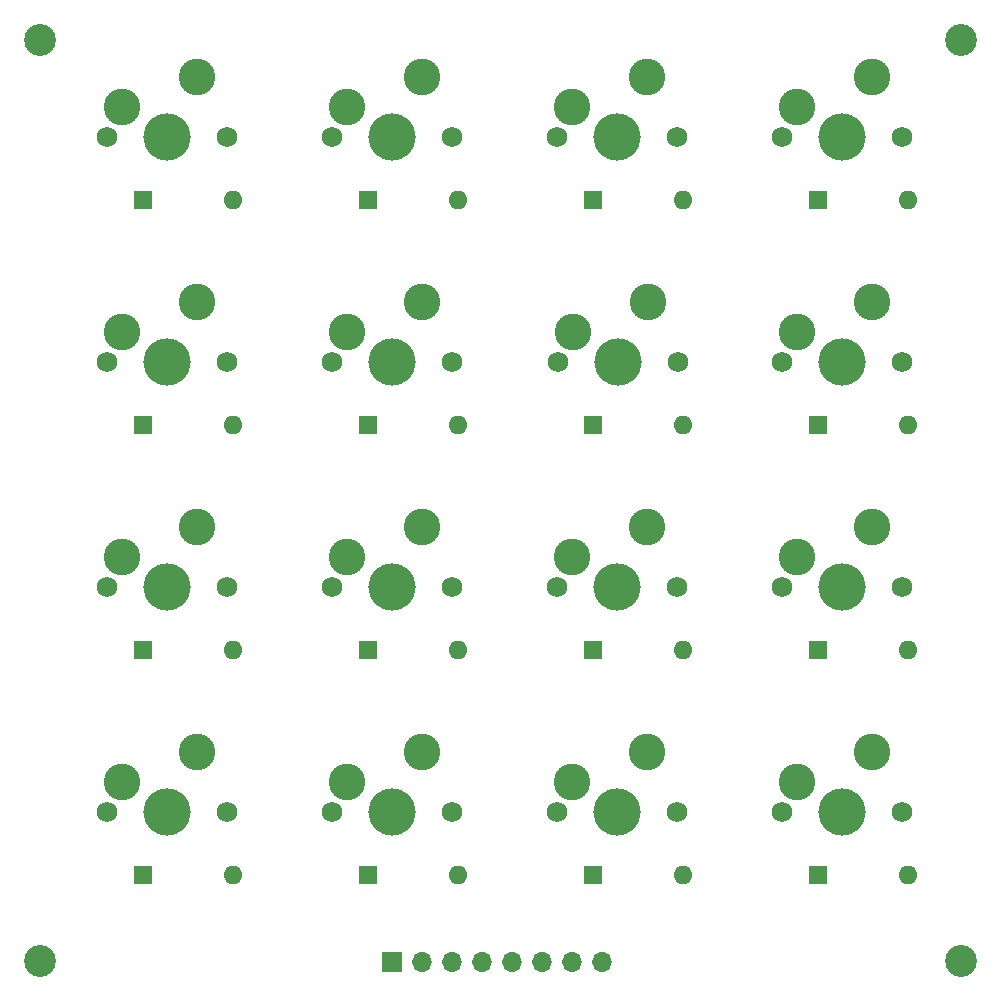
<source format=gbr>
%TF.GenerationSoftware,KiCad,Pcbnew,(6.0.7-1)-1*%
%TF.CreationDate,2022-09-13T12:36:23-04:00*%
%TF.ProjectId,KBT1,4b425431-2e6b-4696-9361-645f70636258,rev?*%
%TF.SameCoordinates,Original*%
%TF.FileFunction,Soldermask,Top*%
%TF.FilePolarity,Negative*%
%FSLAX46Y46*%
G04 Gerber Fmt 4.6, Leading zero omitted, Abs format (unit mm)*
G04 Created by KiCad (PCBNEW (6.0.7-1)-1) date 2022-09-13 12:36:23*
%MOMM*%
%LPD*%
G01*
G04 APERTURE LIST*
%ADD10C,3.100000*%
%ADD11C,1.750000*%
%ADD12C,4.000000*%
%ADD13C,2.700000*%
%ADD14R,1.700000X1.700000*%
%ADD15O,1.700000X1.700000*%
%ADD16R,1.600000X1.600000*%
%ADD17O,1.600000X1.600000*%
G04 APERTURE END LIST*
D10*
%TO.C,K0*%
X34290000Y-24130000D03*
D11*
X26670000Y-29210000D03*
X36830000Y-29210000D03*
D10*
X27940000Y-26670000D03*
D12*
X31750000Y-29210000D03*
%TD*%
D10*
%TO.C,K1*%
X34290000Y-43180000D03*
D11*
X36830000Y-48260000D03*
D12*
X31750000Y-48260000D03*
D11*
X26670000Y-48260000D03*
D10*
X27940000Y-45720000D03*
%TD*%
%TO.C,K2*%
X34290000Y-62230000D03*
D11*
X36830000Y-67310000D03*
X26670000Y-67310000D03*
D12*
X31750000Y-67310000D03*
D10*
X27940000Y-64770000D03*
%TD*%
%TO.C,K3*%
X34290000Y-81280000D03*
X27940000Y-83820000D03*
D11*
X36830000Y-86360000D03*
X26670000Y-86360000D03*
D12*
X31750000Y-86360000D03*
%TD*%
D11*
%TO.C,K4*%
X45720000Y-29210000D03*
D10*
X46990000Y-26670000D03*
D12*
X50800000Y-29210000D03*
D10*
X53340000Y-24130000D03*
D11*
X55880000Y-29210000D03*
%TD*%
D10*
%TO.C,K5*%
X46990000Y-45720000D03*
D11*
X45720000Y-48260000D03*
X55880000Y-48260000D03*
D12*
X50800000Y-48260000D03*
D10*
X53340000Y-43180000D03*
%TD*%
D11*
%TO.C,K6*%
X45720000Y-67310000D03*
D10*
X46990000Y-64770000D03*
D12*
X50800000Y-67310000D03*
D11*
X55880000Y-67310000D03*
D10*
X53340000Y-62230000D03*
%TD*%
%TO.C,K7*%
X46990000Y-83820000D03*
X53340000Y-81280000D03*
D11*
X55880000Y-86360000D03*
X45720000Y-86360000D03*
D12*
X50800000Y-86360000D03*
%TD*%
D11*
%TO.C,K8*%
X74930000Y-29210000D03*
D12*
X69850000Y-29210000D03*
D10*
X72390000Y-24130000D03*
X66040000Y-26670000D03*
D11*
X64770000Y-29210000D03*
%TD*%
D10*
%TO.C,K9*%
X72465001Y-43180000D03*
D11*
X64845001Y-48260000D03*
D10*
X66115001Y-45720000D03*
D12*
X69925001Y-48260000D03*
D11*
X75005001Y-48260000D03*
%TD*%
D10*
%TO.C,K10*%
X66040000Y-64770000D03*
D12*
X69850000Y-67310000D03*
D10*
X72390000Y-62230000D03*
D11*
X64770000Y-67310000D03*
X74930000Y-67310000D03*
%TD*%
%TO.C,K11*%
X64770000Y-86360000D03*
D12*
X69850000Y-86360000D03*
D10*
X66040000Y-83820000D03*
D11*
X74930000Y-86360000D03*
D10*
X72390000Y-81280000D03*
%TD*%
%TO.C,K12*%
X85090000Y-26670000D03*
D11*
X93980000Y-29210000D03*
D10*
X91440000Y-24130000D03*
D12*
X88900000Y-29210000D03*
D11*
X83820000Y-29210000D03*
%TD*%
D12*
%TO.C,K13*%
X88900000Y-48260000D03*
D10*
X85090000Y-45720000D03*
X91440000Y-43180000D03*
D11*
X83820000Y-48260000D03*
X93980000Y-48260000D03*
%TD*%
%TO.C,K14*%
X83820000Y-67310000D03*
X93980000Y-67310000D03*
D12*
X88900000Y-67310000D03*
D10*
X91440000Y-62230000D03*
X85090000Y-64770000D03*
%TD*%
D11*
%TO.C,K15*%
X83820000Y-86360000D03*
D10*
X85090000Y-83820000D03*
D12*
X88900000Y-86360000D03*
D10*
X91440000Y-81280000D03*
D11*
X93980000Y-86360000D03*
%TD*%
D13*
%TO.C,H3*%
X21000000Y-99000000D03*
%TD*%
D14*
%TO.C,J1*%
X50800000Y-99060000D03*
D15*
X53340000Y-99060000D03*
X55880000Y-99060000D03*
X58420000Y-99060000D03*
X60960000Y-99060000D03*
X63500000Y-99060000D03*
X66040000Y-99060000D03*
X68580000Y-99060000D03*
%TD*%
D13*
%TO.C,H1*%
X21000000Y-21000000D03*
%TD*%
%TO.C,H4*%
X99000000Y-99000000D03*
%TD*%
%TO.C,H2*%
X99000000Y-21000000D03*
%TD*%
D16*
%TO.C,D1*%
X29718000Y-34544000D03*
D17*
X37338000Y-34544000D03*
%TD*%
D16*
%TO.C,D2*%
X29718000Y-53594000D03*
D17*
X37338000Y-53594000D03*
%TD*%
D16*
%TO.C,D3*%
X29718000Y-72644000D03*
D17*
X37338000Y-72644000D03*
%TD*%
D16*
%TO.C,D4*%
X29718000Y-91694000D03*
D17*
X37338000Y-91694000D03*
%TD*%
D16*
%TO.C,D5*%
X48768000Y-34544000D03*
D17*
X56388000Y-34544000D03*
%TD*%
D16*
%TO.C,D6*%
X48768000Y-53594000D03*
D17*
X56388000Y-53594000D03*
%TD*%
D16*
%TO.C,D7*%
X48768000Y-72644000D03*
D17*
X56388000Y-72644000D03*
%TD*%
D16*
%TO.C,D8*%
X48768000Y-91694000D03*
D17*
X56388000Y-91694000D03*
%TD*%
D16*
%TO.C,D9*%
X67818000Y-34544000D03*
D17*
X75438000Y-34544000D03*
%TD*%
D16*
%TO.C,D10*%
X67818000Y-53594000D03*
D17*
X75438000Y-53594000D03*
%TD*%
D16*
%TO.C,D11*%
X67818000Y-72644000D03*
D17*
X75438000Y-72644000D03*
%TD*%
D16*
%TO.C,D12*%
X67818000Y-91694000D03*
D17*
X75438000Y-91694000D03*
%TD*%
D16*
%TO.C,D13*%
X86868000Y-34544000D03*
D17*
X94488000Y-34544000D03*
%TD*%
D16*
%TO.C,D14*%
X86868000Y-53594000D03*
D17*
X94488000Y-53594000D03*
%TD*%
D16*
%TO.C,D15*%
X86868000Y-72644000D03*
D17*
X94488000Y-72644000D03*
%TD*%
D16*
%TO.C,D16*%
X86868000Y-91694000D03*
D17*
X94488000Y-91694000D03*
%TD*%
M02*

</source>
